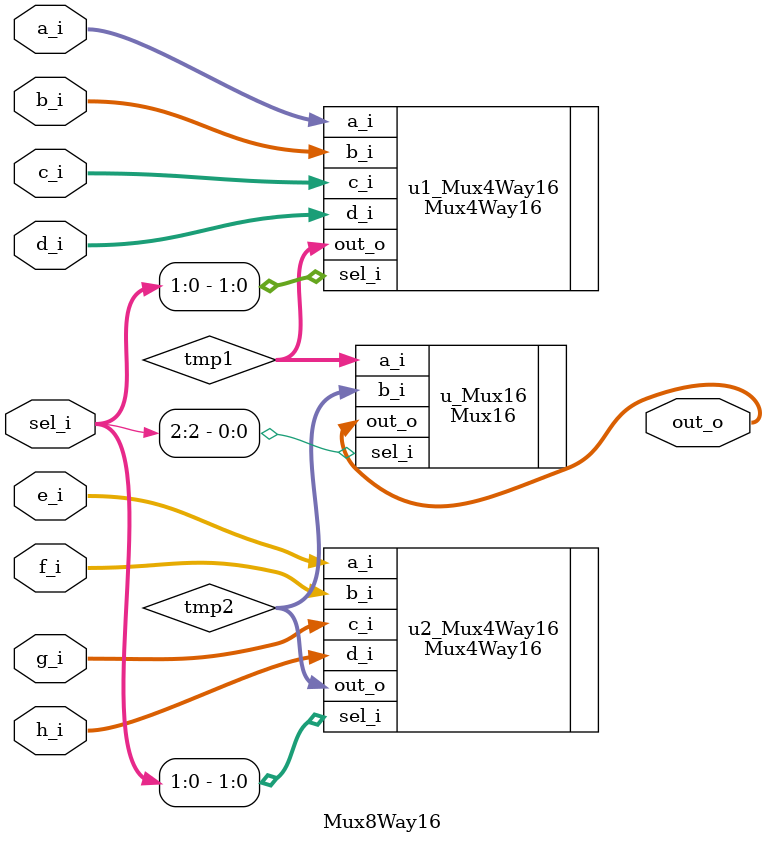
<source format=v>
/*  Mux8Way16: 8-way 16-bit multiplexor

 
 * out = a if sel == 000
 *       b if sel == 001
 *       etc.
 *       h if sel == 111


Mux8Way16 u_Mux8Way16(
    .a_i(),
    .b_i(),
    .c_i(),
    .d_i(),
    .e_i(),
    .f_i(),
    .g_i(),
    .h_i(),
    .sel_i(),
    .out_o()
);

*/

`include "./Mux4Way16.v"
`include "./Mux16.v"

module Mux8Way16(
    input wire [15:0] a_i,
    input wire [15:0] b_i,
    input wire [15:0] c_i,
    input wire [15:0] d_i,
    input wire [15:0] e_i,
    input wire [15:0] f_i,
    input wire [15:0] g_i,
    input wire [15:0] h_i,
    input wire [2:0] sel_i,
    output wire [15:0] out_o
);

    wire [15:0] tmp1;
    wire [15:0] tmp2;

    Mux4Way16 u1_Mux4Way16(
        .a_i(a_i),
        .b_i(b_i),
        .c_i(c_i),
        .d_i(d_i),
        .sel_i(sel_i[1:0]),
        .out_o(tmp1)
    );
    
    Mux4Way16 u2_Mux4Way16(
        .a_i(e_i),
        .b_i(f_i),
        .c_i(g_i),
        .d_i(h_i),
        .sel_i(sel_i[1:0]),
        .out_o(tmp2)
    );

    Mux16 u_Mux16(
        .a_i(tmp1),
        .b_i(tmp2),
        .sel_i(sel_i[2]),
        .out_o(out_o)
    );
    
endmodule

</source>
